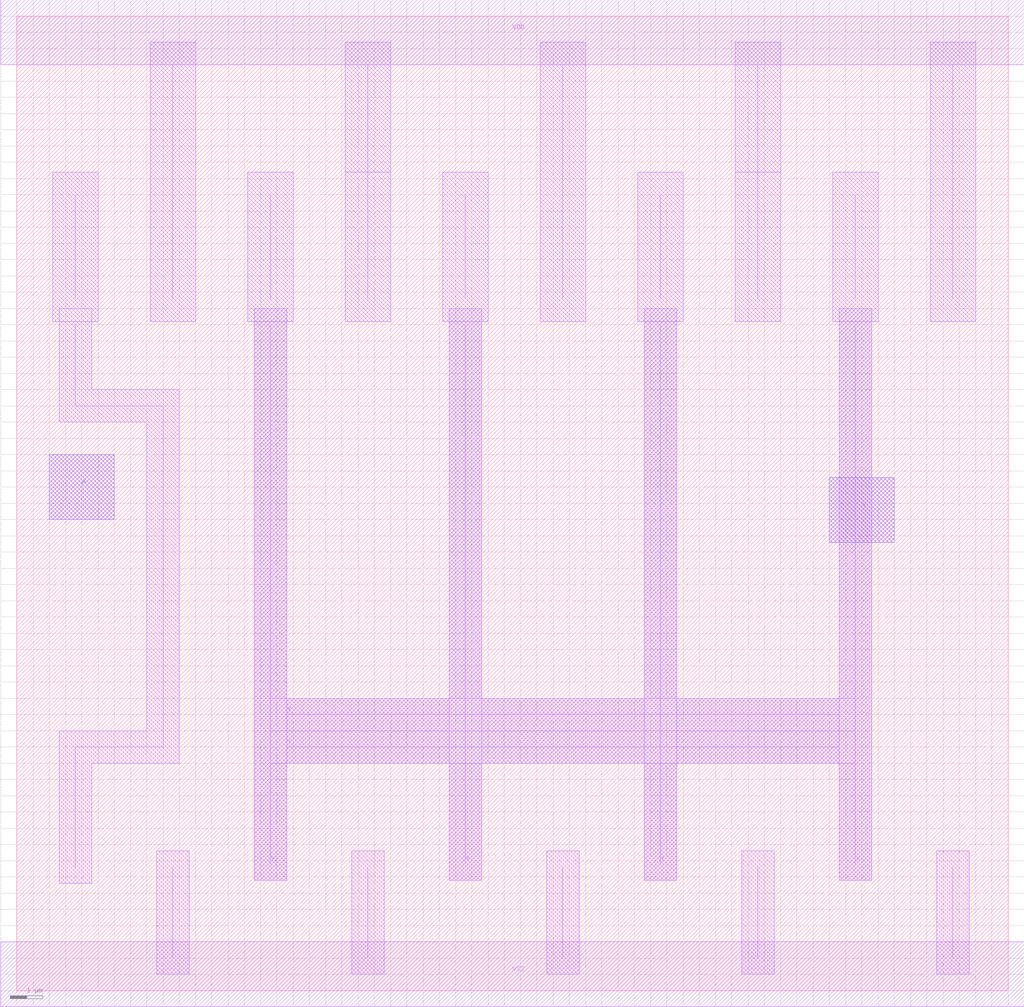
<source format=lef>
VERSION 5.5 ;
NAMESCASESENSITIVE ON ;
BUSBITCHARS "[]" ;
DIVIDERCHAR "/" ;

MACRO buf8
  CLASS CORE ;
  SOURCE USER ;
  ORIGIN 0 0 ;
  SIZE 30.500 BY 30.000 ;
  SYMMETRY X Y ;
  SITE unit ;
  
  PIN A
    USE SIGNAL ;
    PORT
      LAYER ML2 ;
        POLYGON 1.000 14.500  1.000 16.500  3.000 16.500  3.000 14.500  1.000 
        14.500  ;
    END
    PORT
      LAYER ML1 ;
        POLYGON 1.000 14.500  1.000 16.500  3.000 16.500  3.000 14.500  1.000 
        14.500  ;
    END
  END A
  PIN VDD
    USE POWER ;
    PORT
      LAYER ML1 ;
        RECT -0.500 28.500  31.000 30.500  ;
    END
  END VDD
  PIN VSS
    USE GROUND ;
    PORT
      LAYER ML1 ;
        RECT -0.500 -0.500  31.000 1.500  ;
    END
  END VSS
  PIN Y
    USE SIGNAL ;
    PORT
      LAYER ML1 ;
        WIDTH 1.000  ;
        PATH 8.300 7.500 25.300 7.500  ;
    END
    PORT
      LAYER ML1 ;
        WIDTH 1.000  ;
        PATH 8.300 8.500 25.300 8.500  ;
    END
    PORT
      LAYER ML1 ;
        WIDTH 1.000  ;
        PATH 7.800 3.900 7.800 20.500  ;
    END
    PORT
      LAYER ML1 ;
        WIDTH 1.000  ;
        PATH 13.800 3.900 13.800 20.500  ;
    END
    PORT
      LAYER ML1 ;
        WIDTH 1.000  ;
        PATH 19.800 3.900 19.800 20.500  ;
    END
    PORT
      LAYER ML2 ;
        POLYGON 25.000 13.800  25.000 15.800  27.000 15.800  27.000 13.800  
        25.000 13.800  ;
    END
    PORT
      LAYER ML1 ;
        POLYGON 25.000 13.800  25.000 15.800  27.000 15.800  27.000 13.800  
        25.000 13.800  ;
    END
    PORT
      LAYER ML1 ;
        WIDTH 1.000  ;
        PATH 25.800 3.900 25.800 20.500  ;
    END
  END Y
  OBS

    LAYER ML1 ;
      WIDTH 1.400  ;
      PATH 1.800 21.300 1.800 24.500  ;
      WIDTH 1.000  ;
      PATH 1.800 20.500 1.800 18.000 4.500 18.000 4.500 7.500 1.800 7.500 
      1.800 3.800  ;
      WIDTH 1.400  ;
      PATH 4.800 21.300 4.800 28.500  ;
      WIDTH 1.000  ;
      PATH 4.800 1.000 4.800 3.800  ;
      WIDTH 1.400  ;
      PATH 7.800 21.300 7.800 24.500  ;
      WIDTH 1.000  ;
      PATH 7.800 3.900 7.800 20.500  ;
      WIDTH 1.000  ;
      PATH 10.800 1.000 10.800 3.800  ;
      WIDTH 1.400  ;
      PATH 10.800 21.300 10.800 28.500  ;
      WIDTH 1.400  ;
      PATH 10.800 21.300 10.800 24.500  ;
      WIDTH 1.000  ;
      PATH 13.800 3.900 13.800 20.500  ;
      WIDTH 1.400  ;
      PATH 13.800 21.300 13.800 24.500  ;

      WIDTH 1.400  ;
      PATH 16.800 21.300 16.800 28.500  ;
      WIDTH 1.000  ;
      PATH 16.800 1.000 16.800 3.800  ;
      WIDTH 1.000  ;
      PATH 8.300 7.500 25.300 7.500  ;
      WIDTH 1.000  ;
      PATH 8.300 8.500 25.300 8.500  ;
      WIDTH 1.400  ;
      PATH 19.800 21.300 19.800 24.500  ;
      WIDTH 1.000  ;
      PATH 19.800 3.900 19.800 20.500  ;
      WIDTH 1.400  ;
      PATH 22.800 21.300 22.800 24.500  ;
      WIDTH 1.400  ;
      PATH 22.800 21.300 22.800 28.500  ;
      WIDTH 1.000  ;
      PATH 22.800 1.000 22.800 3.800  ;
      WIDTH 1.400  ;
      PATH 25.800 21.300 25.800 24.500  ;
      WIDTH 1.000  ;
      PATH 25.800 3.900 25.800 20.500  ;
      WIDTH 1.400  ;
      PATH 28.800 21.300 28.800 28.500  ;
      WIDTH 1.000  ;
      PATH 28.800 1.000 28.800 3.800  ;

    VIA 1.800 24.500  dcont ;
    VIA 1.800 3.800  dcont ;
    VIA 1.800 20.500  dcont ;
    VIA 1.800 22.500  dcont ;
    VIA 4.800 3.800  dcont ;
    VIA 4.800 24.500  dcont ;
    VIA 4.800 20.500  dcont ;
    VIA 4.800 22.500  dcont ;
    VIA 7.800 24.500  dcont ;
    VIA 7.800 22.500  dcont ;
    VIA 7.800 20.500  dcont ;
    VIA 7.800 3.800  dcont ;
    VIA 10.800 3.800  dcont ;
    VIA 10.800 20.500  dcont ;
    VIA 10.800 22.500  dcont ;
    VIA 10.800 24.500  dcont ;
    VIA 13.800 20.500  dcont ;
    VIA 13.800 22.500  dcont ;
    VIA 13.800 24.500  dcont ;
    VIA 13.800 3.800  dcont ;
    VIA 16.800 20.500  dcont ;
    VIA 16.800 22.500  dcont ;
    VIA 16.800 24.500  dcont ;
    VIA 16.800 3.800  dcont ;
    VIA 19.800 20.500  dcont ;
    VIA 19.800 22.500  dcont ;
    VIA 19.800 24.500  dcont ;
    VIA 19.800 3.800  dcont ;
    VIA 22.800 24.500  dcont ;
    VIA 22.800 22.500  dcont ;
    VIA 22.800 20.500  dcont ;
    VIA 22.800 3.800  dcont ;
    VIA 25.800 24.500  dcont ;
    VIA 25.800 22.500  dcont ;
    VIA 25.800 20.500  dcont ;
    VIA 25.800 3.800  dcont ;
    VIA 28.800 24.500  dcont ;
    VIA 28.800 22.500  dcont ;
    VIA 28.800 20.500  dcont ;
    VIA 28.800 3.800  dcont ;
    VIA 5.300 11.500  pcont ;
    VIA 5.000 29.500  nsubcont ;
    VIA 22.900 0.500  psubcont ;
    VIA 2.000 15.500  pcont ;
    VIA 5.000 0.500  psubcont ;
    VIA 22.000 29.500  nsubcont ;
  END
END buf8

MACRO dcont
  CLASS CORE ;
  OBS
    LAYER ML1 ;
      RECT -1.000 -1.000  1.000 1.000  ;
  END
END dcont

MACRO pcont
  CLASS CORE ;
  OBS
    LAYER ML1 ;
      RECT -1.000 -1.000  1.000 1.000  ;
  END
END pcont

MACRO nsubcont
  CLASS CORE ;
  OBS
    LAYER ML1 ;
      RECT -1.000 -1.000  1.000 1.000  ;
  END
END nsubcont

MACRO psubcont
  CLASS CORE ;
  OBS
    LAYER ML1 ;
      RECT -1.000 -1.000  1.000 1.000  ;
  END
END psubcont


END LIBRARY

</source>
